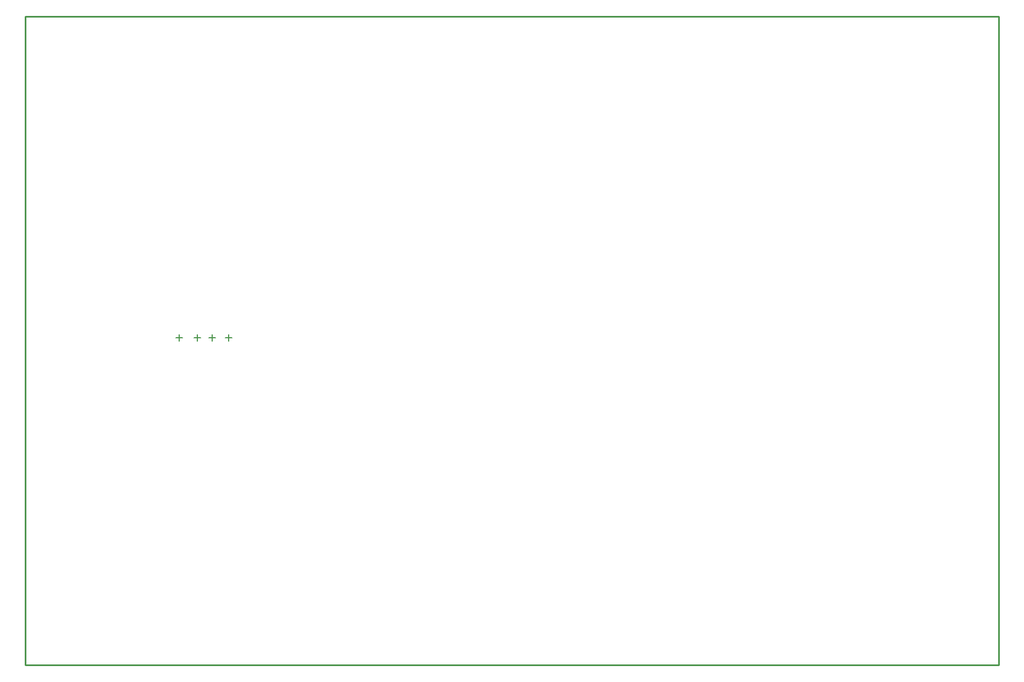
<source format=gko>
G04 Layer: BoardOutline*
G04 EasyEDA v6.4.7, 2020-11-20T21:23:31--3:00*
G04 e52d193bf13c446e91f454a0656ad50a,09237c92188f4bc9b643e288e8680b3c,10*
G04 Gerber Generator version 0.2*
G04 Scale: 100 percent, Rotated: No, Reflected: No *
G04 Dimensions in millimeters *
G04 leading zeros omitted , absolute positions ,3 integer and 3 decimal *
%FSLAX33Y33*%
%MOMM*%
G90*
D02*

%ADD10C,0.254000*%
%ADD11C,0.127000*%
G54D10*
G01X0Y0D02*
G01X0Y99949D01*
G01X0Y99949D02*
G01X149987Y99949D01*
G01X149987Y0D01*
G01X0Y0D01*
G01X0Y0D01*
G54D11*
G01X23754Y49905D02*
G01X23754Y50921D01*
G01X24262Y50413D02*
G01X23246Y50413D01*
G01X31374Y49905D02*
G01X31374Y50921D01*
G01X31882Y50413D02*
G01X30866Y50413D01*
G01X26548Y49905D02*
G01X26548Y50921D01*
G01X27056Y50413D02*
G01X26040Y50413D01*
G01X28834Y49905D02*
G01X28834Y50921D01*
G01X29342Y50413D02*
G01X28326Y50413D01*

%LPD*%
M00*
M02*

</source>
